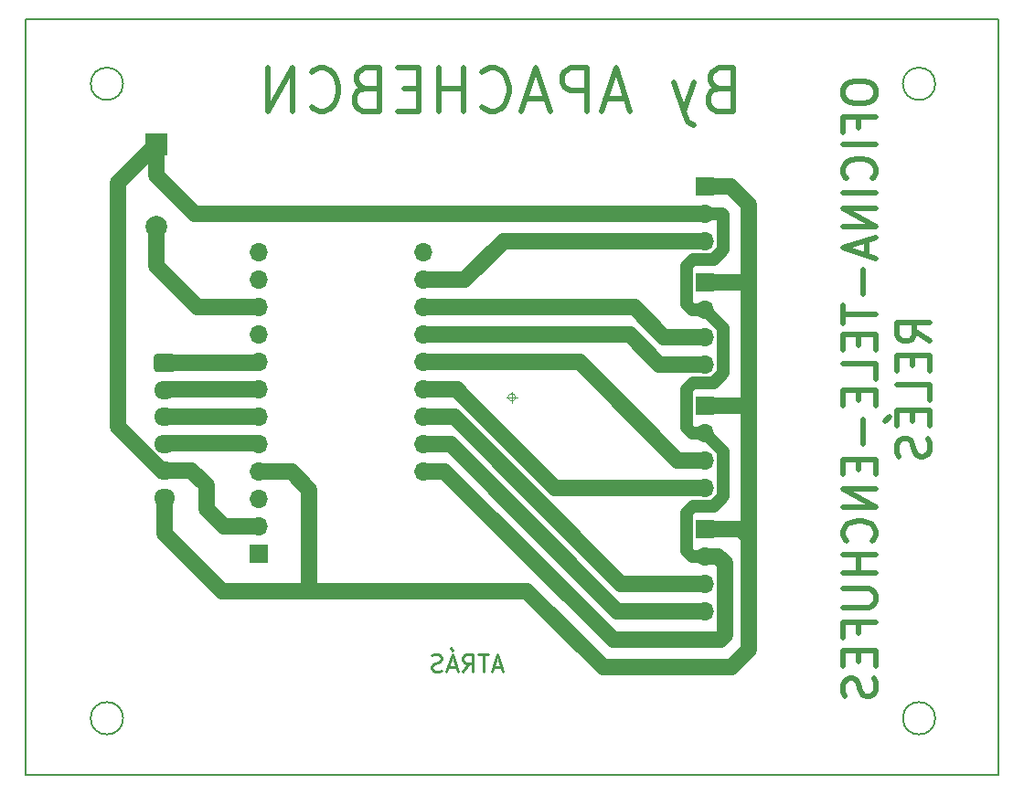
<source format=gbl>
%TF.GenerationSoftware,KiCad,Pcbnew,5.1.10*%
%TF.CreationDate,2021-07-26T03:00:59+02:00*%
%TF.ProjectId,OFICINA-TELE-ENCHUFES-RELES,4f464943-494e-4412-9d54-454c452d454e,rev?*%
%TF.SameCoordinates,Original*%
%TF.FileFunction,Copper,L2,Bot*%
%TF.FilePolarity,Positive*%
%FSLAX45Y45*%
G04 Gerber Fmt 4.5, Leading zero omitted, Abs format (unit mm)*
G04 Created by KiCad (PCBNEW 5.1.10) date 2021-07-26 03:00:59*
%MOMM*%
%LPD*%
G01*
G04 APERTURE LIST*
%TA.AperFunction,Profile*%
%ADD10C,0.100000*%
%TD*%
%TA.AperFunction,Profile*%
%ADD11C,0.200000*%
%TD*%
%TA.AperFunction,NonConductor*%
%ADD12C,0.500000*%
%TD*%
%TA.AperFunction,NonConductor*%
%ADD13C,0.250000*%
%TD*%
%TA.AperFunction,ComponentPad*%
%ADD14O,1.700000X1.700000*%
%TD*%
%TA.AperFunction,ComponentPad*%
%ADD15R,1.700000X1.700000*%
%TD*%
%TA.AperFunction,ComponentPad*%
%ADD16O,1.950000X1.700000*%
%TD*%
%TA.AperFunction,ComponentPad*%
%ADD17R,2.000000X2.000000*%
%TD*%
%TA.AperFunction,ComponentPad*%
%ADD18C,2.000000*%
%TD*%
%TA.AperFunction,Conductor*%
%ADD19C,1.200000*%
%TD*%
%TA.AperFunction,Conductor*%
%ADD20C,1.000000*%
%TD*%
%TA.AperFunction,Conductor*%
%ADD21C,1.500000*%
%TD*%
G04 APERTURE END LIST*
D10*
X16113533Y-8260100D02*
G75*
G03*
X16113533Y-8260100I-33333J0D01*
G01*
X16030200Y-8260100D02*
X16130200Y-8260100D01*
X16080200Y-8210100D02*
X16080200Y-8310100D01*
D11*
X11576020Y-11759890D02*
X11576020Y-4759890D01*
X20585020Y-4759890D02*
X11576020Y-4759890D01*
X20585020Y-11759890D02*
X20585020Y-4759890D01*
X11576020Y-11759890D02*
X20585020Y-11759890D01*
X20000600Y-11234300D02*
G75*
G03*
X20000600Y-11234300I-150000J0D01*
G01*
X20000600Y-5355900D02*
G75*
G03*
X20000600Y-5355900I-150000J0D01*
G01*
X12479900Y-5355900D02*
G75*
G03*
X12479900Y-5355900I-150000J0D01*
G01*
X12479900Y-11234300D02*
G75*
G03*
X12479900Y-11234300I-150000J0D01*
G01*
D12*
X19149714Y-5406029D02*
X19149714Y-5463171D01*
X19164000Y-5491743D01*
X19192571Y-5520314D01*
X19249714Y-5534600D01*
X19349714Y-5534600D01*
X19406857Y-5520314D01*
X19435429Y-5491743D01*
X19449714Y-5463171D01*
X19449714Y-5406029D01*
X19435429Y-5377457D01*
X19406857Y-5348886D01*
X19349714Y-5334600D01*
X19249714Y-5334600D01*
X19192571Y-5348886D01*
X19164000Y-5377457D01*
X19149714Y-5406029D01*
X19292571Y-5763171D02*
X19292571Y-5663171D01*
X19449714Y-5663171D02*
X19149714Y-5663171D01*
X19149714Y-5806028D01*
X19449714Y-5920314D02*
X19149714Y-5920314D01*
X19421143Y-6234600D02*
X19435429Y-6220314D01*
X19449714Y-6177457D01*
X19449714Y-6148886D01*
X19435429Y-6106028D01*
X19406857Y-6077457D01*
X19378286Y-6063171D01*
X19321143Y-6048886D01*
X19278286Y-6048886D01*
X19221143Y-6063171D01*
X19192571Y-6077457D01*
X19164000Y-6106028D01*
X19149714Y-6148886D01*
X19149714Y-6177457D01*
X19164000Y-6220314D01*
X19178286Y-6234600D01*
X19449714Y-6363171D02*
X19149714Y-6363171D01*
X19449714Y-6506028D02*
X19149714Y-6506028D01*
X19449714Y-6677457D01*
X19149714Y-6677457D01*
X19364000Y-6806028D02*
X19364000Y-6948886D01*
X19449714Y-6777457D02*
X19149714Y-6877457D01*
X19449714Y-6977457D01*
X19335429Y-7077457D02*
X19335429Y-7306028D01*
X19149714Y-7406028D02*
X19149714Y-7577457D01*
X19449714Y-7491743D02*
X19149714Y-7491743D01*
X19292571Y-7677457D02*
X19292571Y-7777457D01*
X19449714Y-7820314D02*
X19449714Y-7677457D01*
X19149714Y-7677457D01*
X19149714Y-7820314D01*
X19449714Y-8091743D02*
X19449714Y-7948886D01*
X19149714Y-7948886D01*
X19292571Y-8191743D02*
X19292571Y-8291743D01*
X19449714Y-8334600D02*
X19449714Y-8191743D01*
X19149714Y-8191743D01*
X19149714Y-8334600D01*
X19335429Y-8463171D02*
X19335429Y-8691743D01*
X19292571Y-8834600D02*
X19292571Y-8934600D01*
X19449714Y-8977457D02*
X19449714Y-8834600D01*
X19149714Y-8834600D01*
X19149714Y-8977457D01*
X19449714Y-9106029D02*
X19149714Y-9106029D01*
X19449714Y-9277457D01*
X19149714Y-9277457D01*
X19421143Y-9591743D02*
X19435429Y-9577457D01*
X19449714Y-9534600D01*
X19449714Y-9506029D01*
X19435429Y-9463171D01*
X19406857Y-9434600D01*
X19378286Y-9420314D01*
X19321143Y-9406029D01*
X19278286Y-9406029D01*
X19221143Y-9420314D01*
X19192571Y-9434600D01*
X19164000Y-9463171D01*
X19149714Y-9506029D01*
X19149714Y-9534600D01*
X19164000Y-9577457D01*
X19178286Y-9591743D01*
X19449714Y-9720314D02*
X19149714Y-9720314D01*
X19292571Y-9720314D02*
X19292571Y-9891743D01*
X19449714Y-9891743D02*
X19149714Y-9891743D01*
X19149714Y-10034600D02*
X19392571Y-10034600D01*
X19421143Y-10048886D01*
X19435429Y-10063171D01*
X19449714Y-10091743D01*
X19449714Y-10148886D01*
X19435429Y-10177457D01*
X19421143Y-10191743D01*
X19392571Y-10206029D01*
X19149714Y-10206029D01*
X19292571Y-10448886D02*
X19292571Y-10348886D01*
X19449714Y-10348886D02*
X19149714Y-10348886D01*
X19149714Y-10491743D01*
X19292571Y-10606029D02*
X19292571Y-10706029D01*
X19449714Y-10748886D02*
X19449714Y-10606029D01*
X19149714Y-10606029D01*
X19149714Y-10748886D01*
X19435429Y-10863171D02*
X19449714Y-10906029D01*
X19449714Y-10977457D01*
X19435429Y-11006029D01*
X19421143Y-11020314D01*
X19392571Y-11034600D01*
X19364000Y-11034600D01*
X19335429Y-11020314D01*
X19321143Y-11006029D01*
X19306857Y-10977457D01*
X19292571Y-10920314D01*
X19278286Y-10891743D01*
X19264000Y-10877457D01*
X19235429Y-10863171D01*
X19206857Y-10863171D01*
X19178286Y-10877457D01*
X19164000Y-10891743D01*
X19149714Y-10920314D01*
X19149714Y-10991743D01*
X19164000Y-11034600D01*
X19949714Y-7741743D02*
X19806857Y-7641743D01*
X19949714Y-7570314D02*
X19649714Y-7570314D01*
X19649714Y-7684600D01*
X19664000Y-7713171D01*
X19678286Y-7727457D01*
X19706857Y-7741743D01*
X19749714Y-7741743D01*
X19778286Y-7727457D01*
X19792571Y-7713171D01*
X19806857Y-7684600D01*
X19806857Y-7570314D01*
X19792571Y-7870314D02*
X19792571Y-7970314D01*
X19949714Y-8013171D02*
X19949714Y-7870314D01*
X19649714Y-7870314D01*
X19649714Y-8013171D01*
X19949714Y-8284600D02*
X19949714Y-8141743D01*
X19649714Y-8141743D01*
X19792571Y-8384600D02*
X19792571Y-8484600D01*
X19949714Y-8527457D02*
X19949714Y-8384600D01*
X19649714Y-8384600D01*
X19649714Y-8527457D01*
X19535429Y-8484600D02*
X19578286Y-8441743D01*
X19935429Y-8641743D02*
X19949714Y-8684600D01*
X19949714Y-8756029D01*
X19935429Y-8784600D01*
X19921143Y-8798886D01*
X19892571Y-8813171D01*
X19864000Y-8813171D01*
X19835429Y-8798886D01*
X19821143Y-8784600D01*
X19806857Y-8756029D01*
X19792571Y-8698886D01*
X19778286Y-8670314D01*
X19764000Y-8656029D01*
X19735429Y-8641743D01*
X19706857Y-8641743D01*
X19678286Y-8656029D01*
X19664000Y-8670314D01*
X19649714Y-8698886D01*
X19649714Y-8770314D01*
X19664000Y-8813171D01*
X17995148Y-5399029D02*
X17938005Y-5418076D01*
X17918957Y-5437124D01*
X17899910Y-5475219D01*
X17899910Y-5532362D01*
X17918957Y-5570457D01*
X17938005Y-5589505D01*
X17976100Y-5608552D01*
X18128481Y-5608552D01*
X18128481Y-5208552D01*
X17995148Y-5208552D01*
X17957052Y-5227600D01*
X17938005Y-5246648D01*
X17918957Y-5284743D01*
X17918957Y-5322838D01*
X17938005Y-5360933D01*
X17957052Y-5379981D01*
X17995148Y-5399029D01*
X18128481Y-5399029D01*
X17766576Y-5341886D02*
X17671338Y-5608552D01*
X17576100Y-5341886D02*
X17671338Y-5608552D01*
X17709433Y-5703790D01*
X17728481Y-5722838D01*
X17766576Y-5741886D01*
X17138005Y-5494267D02*
X16947529Y-5494267D01*
X17176100Y-5608552D02*
X17042767Y-5208552D01*
X16909433Y-5608552D01*
X16776100Y-5608552D02*
X16776100Y-5208552D01*
X16623719Y-5208552D01*
X16585624Y-5227600D01*
X16566576Y-5246648D01*
X16547528Y-5284743D01*
X16547528Y-5341886D01*
X16566576Y-5379981D01*
X16585624Y-5399029D01*
X16623719Y-5418076D01*
X16776100Y-5418076D01*
X16395148Y-5494267D02*
X16204671Y-5494267D01*
X16433243Y-5608552D02*
X16299909Y-5208552D01*
X16166576Y-5608552D01*
X15804671Y-5570457D02*
X15823719Y-5589505D01*
X15880862Y-5608552D01*
X15918957Y-5608552D01*
X15976100Y-5589505D01*
X16014195Y-5551410D01*
X16033243Y-5513314D01*
X16052290Y-5437124D01*
X16052290Y-5379981D01*
X16033243Y-5303790D01*
X16014195Y-5265695D01*
X15976100Y-5227600D01*
X15918957Y-5208552D01*
X15880862Y-5208552D01*
X15823719Y-5227600D01*
X15804671Y-5246648D01*
X15633243Y-5608552D02*
X15633243Y-5208552D01*
X15633243Y-5399029D02*
X15404671Y-5399029D01*
X15404671Y-5608552D02*
X15404671Y-5208552D01*
X15214195Y-5399029D02*
X15080862Y-5399029D01*
X15023719Y-5608552D02*
X15214195Y-5608552D01*
X15214195Y-5208552D01*
X15023719Y-5208552D01*
X14718957Y-5399029D02*
X14661814Y-5418076D01*
X14642767Y-5437124D01*
X14623719Y-5475219D01*
X14623719Y-5532362D01*
X14642767Y-5570457D01*
X14661814Y-5589505D01*
X14699909Y-5608552D01*
X14852290Y-5608552D01*
X14852290Y-5208552D01*
X14718957Y-5208552D01*
X14680862Y-5227600D01*
X14661814Y-5246648D01*
X14642767Y-5284743D01*
X14642767Y-5322838D01*
X14661814Y-5360933D01*
X14680862Y-5379981D01*
X14718957Y-5399029D01*
X14852290Y-5399029D01*
X14223719Y-5570457D02*
X14242767Y-5589505D01*
X14299909Y-5608552D01*
X14338005Y-5608552D01*
X14395148Y-5589505D01*
X14433243Y-5551410D01*
X14452290Y-5513314D01*
X14471338Y-5437124D01*
X14471338Y-5379981D01*
X14452290Y-5303790D01*
X14433243Y-5265695D01*
X14395148Y-5227600D01*
X14338005Y-5208552D01*
X14299909Y-5208552D01*
X14242767Y-5227600D01*
X14223719Y-5246648D01*
X14052290Y-5608552D02*
X14052290Y-5208552D01*
X13823719Y-5608552D01*
X13823719Y-5208552D01*
D13*
X15984509Y-10755967D02*
X15908319Y-10755967D01*
X15999748Y-10801681D02*
X15946414Y-10641681D01*
X15893081Y-10801681D01*
X15862605Y-10641681D02*
X15771176Y-10641681D01*
X15816890Y-10801681D02*
X15816890Y-10641681D01*
X15626414Y-10801681D02*
X15679748Y-10725490D01*
X15717843Y-10801681D02*
X15717843Y-10641681D01*
X15656890Y-10641681D01*
X15641652Y-10649300D01*
X15634033Y-10656919D01*
X15626414Y-10672157D01*
X15626414Y-10695014D01*
X15634033Y-10710252D01*
X15641652Y-10717871D01*
X15656890Y-10725490D01*
X15717843Y-10725490D01*
X15565462Y-10755967D02*
X15489271Y-10755967D01*
X15580700Y-10801681D02*
X15527367Y-10641681D01*
X15474033Y-10801681D01*
X15512128Y-10580729D02*
X15534986Y-10603586D01*
X15428319Y-10794062D02*
X15405462Y-10801681D01*
X15367367Y-10801681D01*
X15352128Y-10794062D01*
X15344509Y-10786443D01*
X15336890Y-10771205D01*
X15336890Y-10755967D01*
X15344509Y-10740729D01*
X15352128Y-10733110D01*
X15367367Y-10725490D01*
X15397843Y-10717871D01*
X15413081Y-10710252D01*
X15420700Y-10702633D01*
X15428319Y-10687395D01*
X15428319Y-10672157D01*
X15420700Y-10656919D01*
X15413081Y-10649300D01*
X15397843Y-10641681D01*
X15359748Y-10641681D01*
X15336890Y-10649300D01*
D14*
%TO.P,RELE-7,3*%
%TO.N,/RELE7*%
X17868400Y-6811900D03*
%TO.P,RELE-7,2*%
%TO.N,GND*%
X17868400Y-6557900D03*
D15*
%TO.P,RELE-7,1*%
%TO.N,VCC*%
X17868400Y-6303900D03*
%TD*%
D14*
%TO.P,ARDUINO_L1,5*%
%TO.N,/RELE1*%
X15262370Y-8695070D03*
%TO.P,ARDUINO_L1,6*%
%TO.N,/RELE2*%
X15262370Y-8441070D03*
%TO.P,ARDUINO_L1,7*%
%TO.N,/RELE3*%
X15262370Y-8187070D03*
%TO.P,ARDUINO_L1,8*%
%TO.N,/RELE4*%
X15262370Y-7933070D03*
%TO.P,ARDUINO_L1,9*%
%TO.N,/RELE5*%
X15262370Y-7679070D03*
%TO.P,ARDUINO_L1,10*%
%TO.N,/RELE6*%
X15262370Y-7425070D03*
%TO.P,ARDUINO_L1,11*%
%TO.N,/RELE7*%
X15262370Y-7171070D03*
%TO.P,ARDUINO_L1,12*%
%TO.N,Net-(ARDUINO_L1-Pad12)*%
X15262370Y-6917070D03*
%TO.P,ARDUINO_L1,4*%
%TO.N,GND*%
X15262370Y-8949070D03*
%TD*%
%TO.P,RELE-1-2,4*%
%TO.N,/RELE1*%
X17868400Y-10240900D03*
%TO.P,RELE-1-2,3*%
%TO.N,/RELE2*%
X17868400Y-9986900D03*
%TO.P,RELE-1-2,2*%
%TO.N,GND*%
X17868400Y-9732900D03*
D15*
%TO.P,RELE-1-2,1*%
%TO.N,VCC*%
X17868400Y-9478900D03*
%TD*%
%TO.P,INTERFAZ-CONECTOR1,1*%
%TO.N,/LOAD*%
%TA.AperFunction,ComponentPad*%
G36*
G01*
X12791500Y-7857700D02*
X12936500Y-7857700D01*
G75*
G02*
X12961500Y-7882700I0J-25000D01*
G01*
X12961500Y-8002700D01*
G75*
G02*
X12936500Y-8027700I-25000J0D01*
G01*
X12791500Y-8027700D01*
G75*
G02*
X12766500Y-8002700I0J25000D01*
G01*
X12766500Y-7882700D01*
G75*
G02*
X12791500Y-7857700I25000J0D01*
G01*
G37*
%TD.AperFunction*%
D16*
%TO.P,INTERFAZ-CONECTOR1,2*%
%TO.N,/LATCH*%
X12864000Y-8192700D03*
%TO.P,INTERFAZ-CONECTOR1,3*%
%TO.N,/DATA*%
X12864000Y-8442700D03*
%TO.P,INTERFAZ-CONECTOR1,4*%
%TO.N,/CLOCK*%
X12864000Y-8692700D03*
%TO.P,INTERFAZ-CONECTOR1,5*%
%TO.N,GND*%
X12864000Y-8942700D03*
%TO.P,INTERFAZ-CONECTOR1,6*%
%TO.N,VCC*%
X12864000Y-9192700D03*
%TD*%
D15*
%TO.P,RELE-3-4,1*%
%TO.N,VCC*%
X17868400Y-8335900D03*
D14*
%TO.P,RELE-3-4,2*%
%TO.N,GND*%
X17868400Y-8589900D03*
%TO.P,RELE-3-4,3*%
%TO.N,/RELE4*%
X17868400Y-8843900D03*
%TO.P,RELE-3-4,4*%
%TO.N,/RELE3*%
X17868400Y-9097900D03*
%TD*%
D15*
%TO.P,RELE-5-6,1*%
%TO.N,VCC*%
X17868400Y-7192900D03*
D14*
%TO.P,RELE-5-6,2*%
%TO.N,GND*%
X17868400Y-7446900D03*
%TO.P,RELE-5-6,3*%
%TO.N,/RELE6*%
X17868400Y-7700900D03*
%TO.P,RELE-5-6,4*%
%TO.N,/RELE5*%
X17868400Y-7954900D03*
%TD*%
%TO.P,ARDUINO_R1,12*%
%TO.N,/10*%
X13738370Y-6919070D03*
%TO.P,ARDUINO_R1,11*%
%TO.N,/11*%
X13738370Y-7173070D03*
%TO.P,ARDUINO_R1,10*%
%TO.N,/12*%
X13738370Y-7427070D03*
%TO.P,ARDUINO_R1,9*%
%TO.N,/13*%
X13738370Y-7681070D03*
%TO.P,ARDUINO_R1,8*%
%TO.N,/LOAD*%
X13738370Y-7935070D03*
%TO.P,ARDUINO_R1,7*%
%TO.N,/LATCH*%
X13738370Y-8189070D03*
%TO.P,ARDUINO_R1,6*%
%TO.N,/DATA*%
X13738370Y-8443070D03*
%TO.P,ARDUINO_R1,5*%
%TO.N,/CLOCK*%
X13738370Y-8697070D03*
%TO.P,ARDUINO_R1,4*%
%TO.N,VCC*%
X13738370Y-8951070D03*
%TO.P,ARDUINO_R1,3*%
%TO.N,Net-(ARDUINO_R1-Pad3)*%
X13738370Y-9205070D03*
%TO.P,ARDUINO_R1,2*%
%TO.N,GND*%
X13738370Y-9459070D03*
D15*
%TO.P,ARDUINO_R1,1*%
%TO.N,/RAW9V*%
X13738370Y-9713070D03*
%TD*%
D17*
%TO.P,BUZZER1,1*%
%TO.N,GND*%
X12787100Y-5918200D03*
D18*
%TO.P,BUZZER1,2*%
%TO.N,/12*%
X12787100Y-6678200D03*
%TD*%
D19*
%TO.N,GND*%
X17748192Y-9732900D02*
X17868400Y-9732900D01*
X17698000Y-9682708D02*
X17748192Y-9732900D01*
X17868400Y-8589900D02*
X18038800Y-8760300D01*
X18038800Y-8760300D02*
X18038800Y-9179692D01*
X18038800Y-9179692D02*
X17950192Y-9268300D01*
X17950192Y-9268300D02*
X17755280Y-9268300D01*
X17755280Y-9268300D02*
X17698000Y-9325580D01*
X17698000Y-9325580D02*
X17698000Y-9682708D01*
X17748192Y-8589900D02*
X17868400Y-8589900D01*
X17698000Y-8539708D02*
X17748192Y-8589900D01*
X17868400Y-7446900D02*
X18038800Y-7617300D01*
X18038800Y-7617300D02*
X18038800Y-8036692D01*
X18038800Y-8036692D02*
X17950192Y-8125300D01*
X17950192Y-8125300D02*
X17755280Y-8125300D01*
X17755280Y-8125300D02*
X17698000Y-8182580D01*
X17698000Y-8182580D02*
X17698000Y-8539708D01*
X17748192Y-7446900D02*
X17868400Y-7446900D01*
X17755280Y-6982300D02*
X17698000Y-7039580D01*
X17698000Y-7039580D02*
X17698000Y-7396708D01*
X17698000Y-7396708D02*
X17748192Y-7446900D01*
X17950192Y-6982300D02*
X17755280Y-6982300D01*
X18038800Y-6893692D02*
X17950192Y-6982300D01*
X18038800Y-6893692D02*
X18038800Y-6571400D01*
X18025300Y-6557900D02*
X17868400Y-6557900D01*
D20*
X18038800Y-6571400D02*
X18025300Y-6557900D01*
D21*
X13111500Y-8937100D02*
X13252400Y-9078000D01*
X12864000Y-8937100D02*
X13111500Y-8937100D01*
X13252400Y-9078000D02*
X13252400Y-9298700D01*
X13412770Y-9459070D02*
X13738370Y-9459070D01*
X13252400Y-9298700D02*
X13412770Y-9459070D01*
X13755700Y-6557900D02*
X13140400Y-6557900D01*
X17868400Y-6557900D02*
X13755700Y-6557900D01*
X12787100Y-6204600D02*
X12787100Y-5918200D01*
X13140400Y-6557900D02*
X12787100Y-6204600D01*
X15459170Y-8949070D02*
X15262370Y-8949070D01*
X17017700Y-10507600D02*
X15459170Y-8949070D01*
X18053800Y-10461900D02*
X18008100Y-10507600D01*
X18053800Y-9798092D02*
X18053800Y-10461900D01*
X17988608Y-9732900D02*
X18053800Y-9798092D01*
X18008100Y-10507600D02*
X17017700Y-10507600D01*
X17868400Y-9732900D02*
X17988608Y-9732900D01*
X12839303Y-8937100D02*
X12436000Y-8533797D01*
X12864000Y-8937100D02*
X12839303Y-8937100D01*
X12436000Y-6269300D02*
X12787100Y-5918200D01*
X12436000Y-8533797D02*
X12436000Y-6269300D01*
%TO.N,VCC*%
X18103400Y-6303900D02*
X18274941Y-6475441D01*
X17868400Y-6303900D02*
X18103400Y-6303900D01*
X18274941Y-8358000D02*
X18252841Y-8335900D01*
X18252841Y-8335900D02*
X17868400Y-8335900D01*
X18262841Y-7192900D02*
X17868400Y-7192900D01*
X18274941Y-7205000D02*
X18274941Y-8358000D01*
X18274941Y-7205000D02*
X18262841Y-7192900D01*
X18274941Y-6475441D02*
X18274941Y-7205000D01*
X18274941Y-9556000D02*
X18197841Y-9478900D01*
X18197841Y-9478900D02*
X17868400Y-9478900D01*
X18274941Y-8358000D02*
X18274941Y-9556000D01*
X12864000Y-9187100D02*
X12864000Y-9282100D01*
X12864000Y-9523600D02*
X12864000Y-9187100D01*
X13394000Y-10053600D02*
X12864000Y-9523600D01*
X13738370Y-8951070D02*
X14037170Y-8951070D01*
X14202300Y-9116200D02*
X14202300Y-10053600D01*
X14037170Y-8951070D02*
X14202300Y-9116200D01*
X14202300Y-10053600D02*
X13394000Y-10053600D01*
X16219400Y-10053600D02*
X14202300Y-10053600D01*
X16927400Y-10761600D02*
X16219400Y-10053600D01*
X18109700Y-10761600D02*
X16927400Y-10761600D01*
X18274941Y-10596359D02*
X18109700Y-10761600D01*
X18274941Y-9556000D02*
X18274941Y-10596359D01*
%TO.N,/12*%
X13738370Y-7427070D02*
X13167170Y-7427070D01*
X12787100Y-7047000D02*
X12787100Y-6678200D01*
X13167170Y-7427070D02*
X12787100Y-7047000D01*
%TO.N,/RELE1*%
X17868400Y-10240900D02*
X17059000Y-10240900D01*
X15513170Y-8695070D02*
X15262370Y-8695070D01*
X17059000Y-10240900D02*
X15513170Y-8695070D01*
%TO.N,/RELE7*%
X15262370Y-7171070D02*
X15642830Y-7171070D01*
X15642830Y-7171070D02*
X16002000Y-6811900D01*
X16002000Y-6811900D02*
X16551500Y-6811900D01*
X17868400Y-6811900D02*
X16551500Y-6811900D01*
D19*
%TO.N,/RELE6*%
X17856230Y-7704370D02*
X17871200Y-7689400D01*
D21*
X17488500Y-7700900D02*
X17868400Y-7700900D01*
X17212670Y-7425070D02*
X17488500Y-7700900D01*
X15262370Y-7425070D02*
X17212670Y-7425070D01*
D19*
%TO.N,/RELE5*%
X17856230Y-7958370D02*
X17871200Y-7943400D01*
D21*
X17447500Y-7954900D02*
X17868400Y-7954900D01*
X17171670Y-7679070D02*
X17447500Y-7954900D01*
X15262370Y-7679070D02*
X17171670Y-7679070D01*
%TO.N,/RELE4*%
X17868400Y-8843900D02*
X17618200Y-8843900D01*
X15262370Y-7933070D02*
X16707370Y-7933070D01*
X16707370Y-7933070D02*
X16854050Y-8079750D01*
X17618200Y-8843900D02*
X16854050Y-8079750D01*
%TO.N,/RELE3*%
X15262370Y-8187070D02*
X15571370Y-8187070D01*
X16482200Y-9097900D02*
X15608700Y-8224400D01*
X16764400Y-9097900D02*
X16482200Y-9097900D01*
X15571370Y-8187070D02*
X15608700Y-8224400D01*
X16764400Y-9097900D02*
X17868400Y-9097900D01*
%TO.N,/RELE2*%
X17868400Y-9986900D02*
X17090400Y-9986900D01*
X15544570Y-8441070D02*
X15262370Y-8441070D01*
X17090400Y-9986900D02*
X15544570Y-8441070D01*
%TO.N,/LOAD*%
X13736340Y-7937100D02*
X13738370Y-7935070D01*
X12864000Y-7937100D02*
X13736340Y-7937100D01*
%TO.N,/LATCH*%
X13736400Y-8187100D02*
X13738370Y-8189070D01*
X12864000Y-8187100D02*
X13736400Y-8187100D01*
%TO.N,/DATA*%
X13732400Y-8437100D02*
X13738370Y-8443070D01*
X12864000Y-8437100D02*
X13732400Y-8437100D01*
%TO.N,/CLOCK*%
X13728400Y-8687100D02*
X13738370Y-8697070D01*
X12864000Y-8687100D02*
X13728400Y-8687100D01*
%TD*%
M02*

</source>
